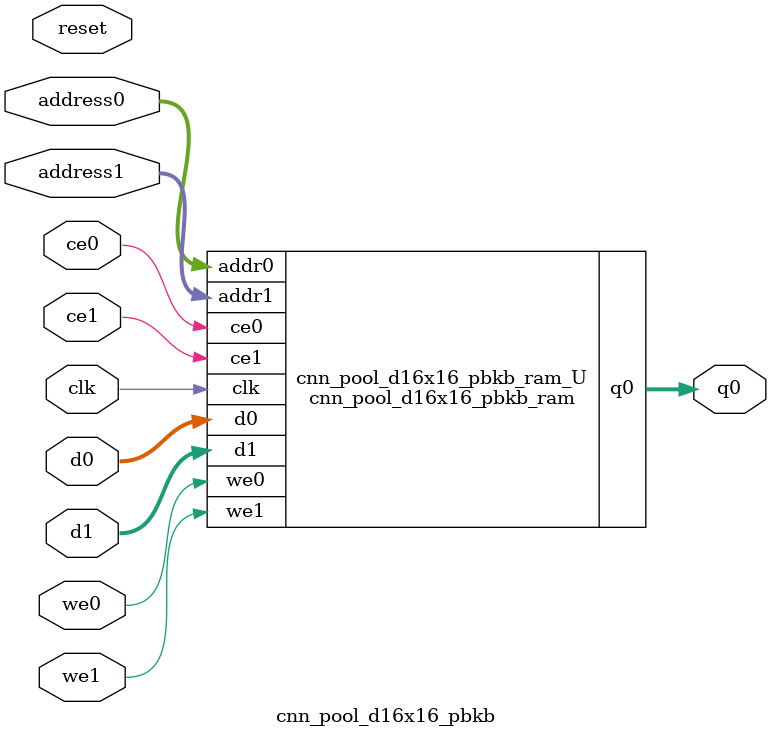
<source format=v>

`timescale 1 ns / 1 ps
module cnn_pool_d16x16_pbkb_ram (addr0, ce0, d0, we0, q0, addr1, ce1, d1, we1,  clk);

parameter DWIDTH = 32;
parameter AWIDTH = 4;
parameter MEM_SIZE = 16;

input[AWIDTH-1:0] addr0;
input ce0;
input[DWIDTH-1:0] d0;
input we0;
output reg[DWIDTH-1:0] q0;
input[AWIDTH-1:0] addr1;
input ce1;
input[DWIDTH-1:0] d1;
input we1;
input clk;

(* ram_style = "block" *)reg [DWIDTH-1:0] ram[0:MEM_SIZE-1];




always @(posedge clk)  
begin 
    if (ce0) 
    begin
        if (we0) 
        begin 
            ram[addr0] <= d0; 
            q0 <= d0;
        end 
        else 
            q0 <= ram[addr0];
    end
end


always @(posedge clk)  
begin 
    if (ce1) 
    begin
        if (we1) 
        begin 
            ram[addr1] <= d1; 
        end 
    end
end


endmodule


`timescale 1 ns / 1 ps
module cnn_pool_d16x16_pbkb(
    reset,
    clk,
    address0,
    ce0,
    we0,
    d0,
    q0,
    address1,
    ce1,
    we1,
    d1);

parameter DataWidth = 32'd32;
parameter AddressRange = 32'd16;
parameter AddressWidth = 32'd4;
input reset;
input clk;
input[AddressWidth - 1:0] address0;
input ce0;
input we0;
input[DataWidth - 1:0] d0;
output[DataWidth - 1:0] q0;
input[AddressWidth - 1:0] address1;
input ce1;
input we1;
input[DataWidth - 1:0] d1;



cnn_pool_d16x16_pbkb_ram cnn_pool_d16x16_pbkb_ram_U(
    .clk( clk ),
    .addr0( address0 ),
    .ce0( ce0 ),
    .d0( d0 ),
    .we0( we0 ),
    .q0( q0 ),
    .addr1( address1 ),
    .ce1( ce1 ),
    .d1( d1 ),
    .we1( we1 ));

endmodule


</source>
